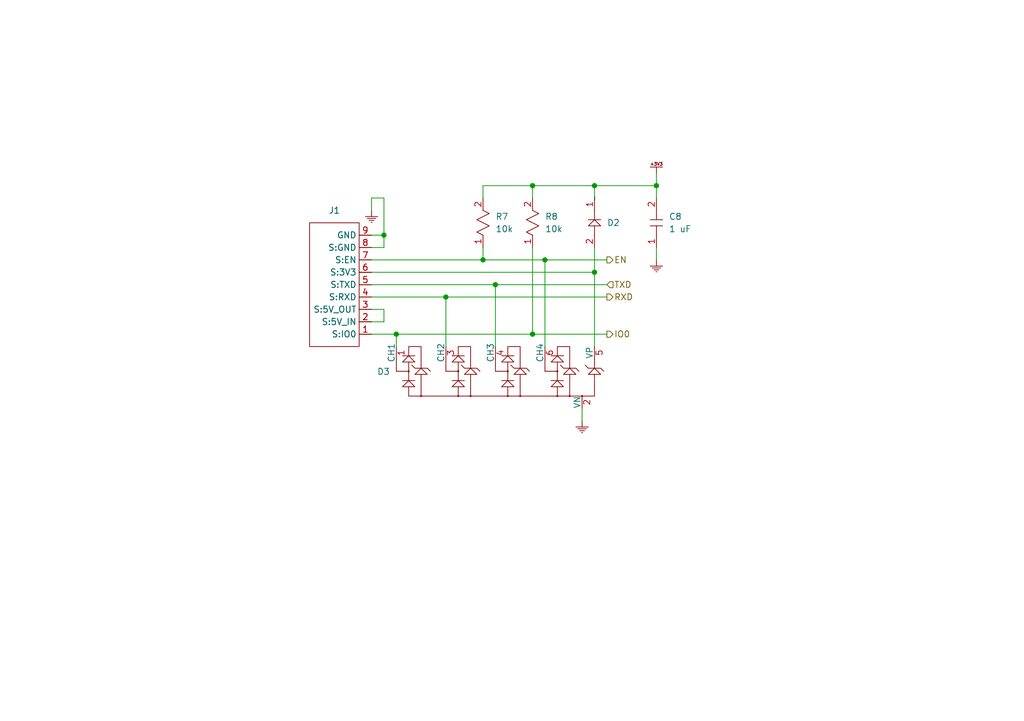
<source format=kicad_sch>
(kicad_sch (version 20230121) (generator eeschema)
  (paper "A5")
  (lib_symbols
    (symbol "zandmd:+3V3" (power) (pin_names (offset 0))
      (symbol "+3V3_0_1"
        (polyline (pts (xy -1.27 1.27) (xy 1.27 1.27)))
        (polyline (pts (xy 0 0) (xy 0 1.27)))
      )
      (symbol "+3V3_1_1"
        (text "+3V3" (at 0 1.905 0) (effects (font (size 0.635 0.635))))
        (pin power_in line (at 0 0 90) (length 0) hide (name "+3V3") (number "1"))
      )
    )
    (symbol "zandmd:CAPACITOR" (pin_names (offset 0))
      (property "Reference" "C" (at 0 0 0))
      (property "Value" "C" (at 0 0 0))
      (symbol "CAPACITOR_0_1"
        (polyline (pts (xy 2.54 0) (xy 4.445 0)))
        (polyline (pts (xy 4.445 1.27) (xy 4.445 -1.27)))
        (polyline (pts (xy 5.715 1.27) (xy 5.715 -1.27)))
        (polyline (pts (xy 7.62 0) (xy 5.715 0)))
      )
      (symbol "CAPACITOR_1_1"
        (pin passive line (at 0 0 0) (length 2.54) (name "") (number "1"))
        (pin passive line (at 10.16 0 180) (length 2.54) (name "") (number "2"))
      )
    )
    (symbol "zandmd:CF25081D0R0-10-NH"
      (property "Reference" "J" (at 0 0 0))
      (symbol "CF25081D0R0-10-NH_0_1"
        (rectangle (start 2.54 25.4) (end 12.7 0))
      )
      (symbol "CF25081D0R0-10-NH_1_1"
        (pin unspecified line (at 0 22.86 0) (length 2.54) (name "P1") (number "1") (alternate "S:IO0" open_collector line))
        (pin unspecified line (at 0 20.32 0) (length 2.54) (name "P2") (number "2") (alternate "S:5V_IN" power_out line))
        (pin unspecified line (at 0 17.78 0) (length 2.54) (name "P3") (number "3") (alternate "S:5V_OUT" power_in line))
        (pin unspecified line (at 0 15.24 0) (length 2.54) (name "P4") (number "4") (alternate "S:RXD" output line))
        (pin unspecified line (at 0 12.7 0) (length 2.54) (name "P5") (number "5") (alternate "S:TXD" input line))
        (pin unspecified line (at 0 10.16 0) (length 2.54) (name "P6") (number "6") (alternate "S:3V3" power_out line))
        (pin unspecified line (at 0 7.62 0) (length 2.54) (name "P7") (number "7") (alternate "S:EN" open_collector line))
        (pin unspecified line (at 0 5.08 0) (length 2.54) (name "P8") (number "8") (alternate "S:GND" passive line))
        (pin passive line (at 0 2.54 0) (length 2.54) (name "GND") (number "9"))
      )
    )
    (symbol "zandmd:CM1293A-04SO" (pin_names (offset 0))
      (property "Reference" "D" (at 0 0 0))
      (symbol "CM1293A-04SO_0_1"
        (polyline (pts (xy 0 10.16) (xy 0 7.62)))
        (polyline (pts (xy 1.27 5.715) (xy 3.81 5.715)))
        (polyline (pts (xy 1.27 10.795) (xy 3.81 10.795)))
        (polyline (pts (xy 2.54 4.445) (xy 2.54 2.54)))
        (polyline (pts (xy 2.54 7.62) (xy 0 7.62)))
        (polyline (pts (xy 2.54 9.525) (xy 2.54 5.715)))
        (polyline (pts (xy 5.08 6.985) (xy 5.08 2.54)))
        (polyline (pts (xy 10.16 10.16) (xy 10.16 7.62)))
        (polyline (pts (xy 11.43 5.715) (xy 13.97 5.715)))
        (polyline (pts (xy 11.43 10.795) (xy 13.97 10.795)))
        (polyline (pts (xy 12.7 4.445) (xy 12.7 2.54)))
        (polyline (pts (xy 12.7 7.62) (xy 10.16 7.62)))
        (polyline (pts (xy 12.7 9.525) (xy 12.7 5.715)))
        (polyline (pts (xy 15.24 6.985) (xy 15.24 2.54)))
        (polyline (pts (xy 20.32 10.16) (xy 20.32 7.62)))
        (polyline (pts (xy 21.59 5.715) (xy 24.13 5.715)))
        (polyline (pts (xy 21.59 10.795) (xy 24.13 10.795)))
        (polyline (pts (xy 22.86 4.445) (xy 22.86 2.54)))
        (polyline (pts (xy 22.86 7.62) (xy 20.32 7.62)))
        (polyline (pts (xy 22.86 9.525) (xy 22.86 5.715)))
        (polyline (pts (xy 25.4 6.985) (xy 25.4 2.54)))
        (polyline (pts (xy 30.48 10.16) (xy 30.48 7.62)))
        (polyline (pts (xy 31.75 5.715) (xy 34.29 5.715)))
        (polyline (pts (xy 31.75 10.795) (xy 34.29 10.795)))
        (polyline (pts (xy 33.02 4.445) (xy 33.02 2.54)))
        (polyline (pts (xy 33.02 7.62) (xy 30.48 7.62)))
        (polyline (pts (xy 33.02 9.525) (xy 33.02 5.715)))
        (polyline (pts (xy 35.56 6.985) (xy 35.56 2.54)))
        (polyline (pts (xy 40.64 2.54) (xy 2.54 2.54)))
        (polyline (pts (xy 40.64 6.985) (xy 40.64 2.54)))
        (polyline (pts (xy 40.64 8.255) (xy 40.64 10.16)))
        (polyline (pts (xy 2.54 5.715) (xy 1.27 4.445) (xy 3.81 4.445) (xy 2.54 5.715)))
        (polyline (pts (xy 2.54 10.795) (xy 1.27 9.525) (xy 3.81 9.525) (xy 2.54 10.795)))
        (polyline (pts (xy 2.54 10.795) (xy 2.54 12.7) (xy 5.08 12.7) (xy 5.08 8.255)))
        (polyline (pts (xy 5.08 8.255) (xy 3.81 6.985) (xy 6.35 6.985) (xy 5.08 8.255)))
        (polyline (pts (xy 6.985 7.62) (xy 6.35 8.255) (xy 3.81 8.255) (xy 3.175 8.89)))
        (polyline (pts (xy 12.7 5.715) (xy 11.43 4.445) (xy 13.97 4.445) (xy 12.7 5.715)))
        (polyline (pts (xy 12.7 10.795) (xy 11.43 9.525) (xy 13.97 9.525) (xy 12.7 10.795)))
        (polyline (pts (xy 12.7 10.795) (xy 12.7 12.7) (xy 15.24 12.7) (xy 15.24 8.255)))
        (polyline (pts (xy 15.24 8.255) (xy 13.97 6.985) (xy 16.51 6.985) (xy 15.24 8.255)))
        (polyline (pts (xy 17.145 7.62) (xy 16.51 8.255) (xy 13.97 8.255) (xy 13.335 8.89)))
        (polyline (pts (xy 22.86 5.715) (xy 21.59 4.445) (xy 24.13 4.445) (xy 22.86 5.715)))
        (polyline (pts (xy 22.86 10.795) (xy 21.59 9.525) (xy 24.13 9.525) (xy 22.86 10.795)))
        (polyline (pts (xy 22.86 10.795) (xy 22.86 12.7) (xy 25.4 12.7) (xy 25.4 8.255)))
        (polyline (pts (xy 25.4 8.255) (xy 24.13 6.985) (xy 26.67 6.985) (xy 25.4 8.255)))
        (polyline (pts (xy 27.305 7.62) (xy 26.67 8.255) (xy 24.13 8.255) (xy 23.495 8.89)))
        (polyline (pts (xy 33.02 5.715) (xy 31.75 4.445) (xy 34.29 4.445) (xy 33.02 5.715)))
        (polyline (pts (xy 33.02 10.795) (xy 31.75 9.525) (xy 34.29 9.525) (xy 33.02 10.795)))
        (polyline (pts (xy 33.02 10.795) (xy 33.02 12.7) (xy 35.56 12.7) (xy 35.56 8.255)))
        (polyline (pts (xy 35.56 8.255) (xy 34.29 6.985) (xy 36.83 6.985) (xy 35.56 8.255)))
        (polyline (pts (xy 37.465 7.62) (xy 36.83 8.255) (xy 34.29 8.255) (xy 33.655 8.89)))
        (polyline (pts (xy 40.64 8.255) (xy 39.37 6.985) (xy 41.91 6.985) (xy 40.64 8.255)))
        (polyline (pts (xy 42.545 7.62) (xy 41.91 8.255) (xy 39.37 8.255) (xy 38.735 8.89)))
        (circle (center 2.54 7.62) (radius 0.127))
        (circle (center 5.08 2.54) (radius 0.127))
        (circle (center 12.7 2.54) (radius 0.127))
        (circle (center 12.7 7.62) (radius 0.127))
        (circle (center 15.24 2.54) (radius 0.127))
        (circle (center 22.86 2.54) (radius 0.127))
        (circle (center 22.86 7.62) (radius 0.127))
        (circle (center 25.4 2.54) (radius 0.127))
        (circle (center 33.02 2.54) (radius 0.127))
        (circle (center 33.02 7.62) (radius 0.127))
        (circle (center 35.56 2.54) (radius 0.127))
        (circle (center 38.1 2.54) (radius 0.127))
      )
      (symbol "CM1293A-04SO_1_1"
        (pin passive line (at 0 12.7 270) (length 2.54) (name "CH1") (number "1"))
        (pin passive line (at 38.1 0 90) (length 2.54) (name "VN") (number "2"))
        (pin passive line (at 10.16 12.7 270) (length 2.54) (name "CH2") (number "3"))
        (pin passive line (at 20.32 12.7 270) (length 2.54) (name "CH3") (number "4"))
        (pin passive line (at 40.64 12.7 270) (length 2.54) (name "VP") (number "5"))
        (pin passive line (at 30.48 12.7 270) (length 2.54) (name "CH4") (number "6"))
      )
    )
    (symbol "zandmd:DIODE" (pin_names (offset 0))
      (property "Reference" "D" (at 0 0 0))
      (symbol "DIODE_0_1"
        (polyline (pts (xy 4.445 0) (xy 2.54 0)))
        (polyline (pts (xy 4.445 1.27) (xy 4.445 -1.27)))
        (polyline (pts (xy 7.62 0) (xy 5.715 0)))
        (polyline (pts (xy 4.445 0) (xy 5.715 -1.27) (xy 5.715 1.27) (xy 4.445 0)))
      )
      (symbol "DIODE_1_1"
        (pin passive line (at 0 0 0) (length 2.54) (name "") (number "1"))
        (pin passive line (at 10.16 0 180) (length 2.54) (name "") (number "2"))
      )
    )
    (symbol "zandmd:GND" (power) (pin_names (offset 0))
      (symbol "GND_0_1"
        (polyline (pts (xy -1.27 -1.27) (xy 1.27 -1.27)))
        (polyline (pts (xy -0.889 -1.651) (xy 0.889 -1.651)))
        (polyline (pts (xy -0.508 -2.032) (xy 0.508 -2.032)))
        (polyline (pts (xy -0.127 -2.413) (xy 0.127 -2.413)))
        (polyline (pts (xy 0 0) (xy 0 -1.27)))
      )
      (symbol "GND_1_1"
        (pin power_in line (at 0 0 270) (length 0) hide (name "GND") (number "1"))
      )
    )
    (symbol "zandmd:RESISTOR" (pin_names (offset 0))
      (property "Reference" "R" (at 0 0 0))
      (property "Value" "R" (at 0 0 0))
      (symbol "RESISTOR_0_1"
        (polyline (pts (xy 2.54 0) (xy 3.175 1.27) (xy 4.445 -1.27) (xy 5.715 1.27) (xy 6.985 -1.27) (xy 7.62 0)))
      )
      (symbol "RESISTOR_1_1"
        (pin passive line (at 0 0 0) (length 2.54) (name "") (number "1"))
        (pin passive line (at 10.16 0 180) (length 2.54) (name "") (number "2"))
      )
    )
  )
  (junction (at 101.6 58.42))
  (junction (at 121.92 55.88))
  (junction (at 91.44 60.96))
  (junction (at 109.22 68.58))
  (junction (at 121.92 38.1))
  (junction (at 99.06 53.34))
  (junction (at 111.76 53.34))
  (junction (at 81.28 68.58))
  (junction (at 78.74 48.26))
  (junction (at 109.22 38.1))
  (junction (at 134.62 38.1))
  (wire (pts (xy 76.2 66.04) (xy 78.74 66.04)))
  (wire (pts (xy 76.2 53.34) (xy 99.06 53.34)))
  (wire (pts (xy 76.2 50.8) (xy 78.74 50.8)))
  (wire (pts (xy 111.76 53.34) (xy 124.46 53.34)))
  (wire (pts (xy 109.22 50.8) (xy 109.22 68.58)))
  (wire (pts (xy 109.22 38.1) (xy 121.92 38.1)))
  (wire (pts (xy 101.6 58.42) (xy 101.6 71.12)))
  (wire (pts (xy 76.2 48.26) (xy 78.74 48.26)))
  (wire (pts (xy 109.22 68.58) (xy 124.46 68.58)))
  (wire (pts (xy 78.74 66.04) (xy 78.74 63.5)))
  (wire (pts (xy 121.92 38.1) (xy 121.92 40.64)))
  (wire (pts (xy 119.38 83.82) (xy 119.38 86.36)))
  (wire (pts (xy 134.62 40.64) (xy 134.62 38.1)))
  (wire (pts (xy 134.62 35.56) (xy 134.62 38.1)))
  (wire (pts (xy 91.44 60.96) (xy 91.44 71.12)))
  (wire (pts (xy 111.76 53.34) (xy 111.76 71.12)))
  (wire (pts (xy 99.06 53.34) (xy 111.76 53.34)))
  (wire (pts (xy 99.06 38.1) (xy 99.06 40.64)))
  (wire (pts (xy 76.2 58.42) (xy 101.6 58.42)))
  (wire (pts (xy 121.92 55.88) (xy 121.92 71.12)))
  (wire (pts (xy 78.74 40.64) (xy 78.74 48.26)))
  (wire (pts (xy 134.62 53.34) (xy 134.62 50.8)))
  (wire (pts (xy 121.92 50.8) (xy 121.92 55.88)))
  (wire (pts (xy 76.2 63.5) (xy 78.74 63.5)))
  (wire (pts (xy 76.2 43.18) (xy 76.2 40.64)))
  (wire (pts (xy 76.2 40.64) (xy 78.74 40.64)))
  (wire (pts (xy 81.28 68.58) (xy 81.28 71.12)))
  (wire (pts (xy 109.22 40.64) (xy 109.22 38.1)))
  (wire (pts (xy 91.44 60.96) (xy 124.46 60.96)))
  (wire (pts (xy 78.74 50.8) (xy 78.74 48.26)))
  (wire (pts (xy 99.06 50.8) (xy 99.06 53.34)))
  (wire (pts (xy 76.2 60.96) (xy 91.44 60.96)))
  (wire (pts (xy 121.92 38.1) (xy 134.62 38.1)))
  (wire (pts (xy 81.28 68.58) (xy 109.22 68.58)))
  (wire (pts (xy 101.6 58.42) (xy 124.46 58.42)))
  (wire (pts (xy 76.2 68.58) (xy 81.28 68.58)))
  (wire (pts (xy 76.2 55.88) (xy 121.92 55.88)))
  (wire (pts (xy 109.22 38.1) (xy 99.06 38.1)))
  (hierarchical_label "TXD" (shape input) (at 124.46 58.42 0))
  (hierarchical_label "EN" (shape output) (at 124.46 53.34 0))
  (hierarchical_label "IO0" (shape output) (at 124.46 68.58 0))
  (hierarchical_label "RXD" (shape output) (at 124.46 60.96 0))
  (symbol (lib_id "zandmd:RESISTOR") (at 109.22 50.8 90) (unit 1)
    (property "Reference" "R8" (at 111.76 44.45 90) (effects (justify right)))
    (property "Value" "10k" (at 111.76 46.99 90) (effects (justify right)))
    (property "Footprint" "zandmd:PASSIVE-NPOL-0805" (effects hide))
    (property "Sim.Device" "R" (effects hide))
    (property "Sim.Pins" "1=+ 2=-" (effects hide))
    (instances (project "tv-source-switcher" (path "" (reference "R8") (unit 1))) (project "neopixel-controller" (path "" (reference "R9") (unit 1))) (project "main-board" (path "" (reference "R4") (unit 1))))
  )
  (symbol (lib_id "zandmd:CM1293A-04SO") (at 81.28 83.82 0) (unit 1)
    (property "Reference" "D3" (at 80.01 76.2635 0) (effects (justify right)))
    (property "Value" "CM1293A-04SO" (effects hide))
    (property "Footprint" "zandmd:CM1293A-04SO" (effects hide))
    (property "Datasheet" "https://www.onsemi.com/pdf/datasheet/cm1293a-04so-d.pdf" (effects hide))
    (property "Sim.Enable" "0" (effects hide))
  )
  (symbol (lib_id "zandmd:+3V3") (at 134.62 35.56 0) (unit 1)
    (property "Reference" "#PWR03" (effects hide))
    (property "Value" "+3V3" (effects hide))
  )
  (symbol (lib_id "zandmd:CAPACITOR") (at 134.62 50.8 90) (unit 1)
    (property "Reference" "C8" (at 137.16 44.45 90) (effects (justify right)))
    (property "Value" "1 uF" (at 137.16 46.99 90) (effects (justify right)))
    (property "Footprint" "zandmd:PASSIVE-NPOL-0805" (effects hide))
    (property "Sim.Device" "C" (effects hide))
    (property "Sim.Pins" "1=+ 2=-" (effects hide))
    (instances (project "tv-source-switcher" (path "" (reference "C8") (unit 1))) (project "neopixel-controller" (path "" (reference "C9") (unit 1))) (project "main-board" (path "" (reference "C4") (unit 1))))
  )
  (symbol (lib_id "zandmd:RESISTOR") (at 99.06 50.8 90) (unit 1)
    (property "Reference" "R7" (at 101.6 44.45 90) (effects (justify right)))
    (property "Value" "10k" (at 101.6 46.99 90) (effects (justify right)))
    (property "Footprint" "zandmd:PASSIVE-NPOL-0805" (effects hide))
    (property "Sim.Device" "R" (effects hide))
    (property "Sim.Pins" "1=+ 2=-" (effects hide))
    (instances (project "tv-source-switcher" (path "" (reference "R7") (unit 1))) (project "neopixel-controller" (path "" (reference "R8") (unit 1))) (project "main-board" (path "" (reference "R1") (unit 1))))
  )
  (symbol (lib_id "zandmd:CF25081D0R0-10-NH") (at 76.2 45.72 180) (unit 1)
    (property "Reference" "J1" (at 68.58 43.18 0))
    (property "Value" "CF25081D0R0-10-NH" (effects hide))
    (property "Footprint" "zandmd:CF25081D0R0-10-NH" (effects hide))
    (property "Datasheet" "https://media.digikey.com/pdf/Data%20Sheets/Cvilux%20USA%20PDFs/CF2519SF.PDF" (effects hide))
    (property "Sim.Enable" "0" (effects hide))
    (pin "1" (alternate "S:IO0"))
    (pin "2" (alternate "S:5V_IN"))
    (pin "3" (alternate "S:5V_OUT"))
    (pin "4" (alternate "S:RXD"))
    (pin "5" (alternate "S:TXD"))
    (pin "6" (alternate "S:3V3"))
    (pin "7" (alternate "S:EN"))
    (pin "8" (alternate "S:GND"))
    (instances (project "tv-source-switcher" (path "" (reference "J1") (unit 1))) (project "neopixel-controller" (path "" (reference "J2") (unit 1))) (project "main-board" (path "" (reference "J2") (unit 1))))
  )
  (symbol (lib_id "zandmd:GND") (at 134.62 53.34 0) (unit 1)
    (property "Reference" "#PWR04" (effects hide))
    (property "Value" "GND" (effects hide))
  )
  (symbol (lib_id "zandmd:DIODE") (at 121.92 40.64 270) (unit 1)
    (property "Reference" "D2" (at 124.46 45.72 90) (effects (justify left)))
    (property "Value" "~" (at 121.92 40.64 0))
    (property "Footprint" "zandmd:PASSIVE-POL-0805" (effects hide))
    (property "Sim.Enable" "0" (effects hide))
    (instances (project "tv-source-switcher" (path "" (reference "D2") (unit 1))) (project "neopixel-controller" (path "" (reference "D4") (unit 1))) (project "main-board" (path "" (reference "D4") (unit 1))))
  )
  (symbol (lib_id "zandmd:GND") (at 119.38 86.36 0) (unit 1)
    (property "Reference" "#PWR02" (effects hide))
    (property "Value" "GND" (effects hide))
  )
  (symbol (lib_id "zandmd:GND") (at 76.2 43.18 0) (unit 1)
    (property "Reference" "#PWR01" (effects hide))
    (property "Value" "GND" (effects hide))
  )
)
</source>
